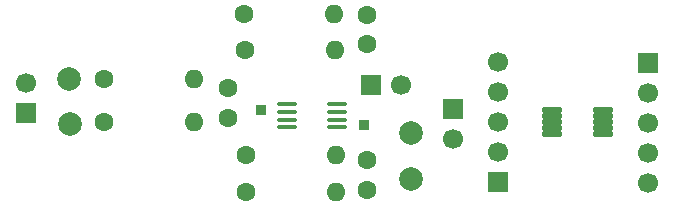
<source format=gbr>
%TF.GenerationSoftware,KiCad,Pcbnew,9.0.1*%
%TF.CreationDate,2025-06-25T15:49:50+05:30*%
%TF.ProjectId,daq_idea,6461715f-6964-4656-912e-6b696361645f,rev?*%
%TF.SameCoordinates,Original*%
%TF.FileFunction,Soldermask,Top*%
%TF.FilePolarity,Negative*%
%FSLAX46Y46*%
G04 Gerber Fmt 4.6, Leading zero omitted, Abs format (unit mm)*
G04 Created by KiCad (PCBNEW 9.0.1) date 2025-06-25 15:49:50*
%MOMM*%
%LPD*%
G01*
G04 APERTURE LIST*
G04 Aperture macros list*
%AMRoundRect*
0 Rectangle with rounded corners*
0 $1 Rounding radius*
0 $2 $3 $4 $5 $6 $7 $8 $9 X,Y pos of 4 corners*
0 Add a 4 corners polygon primitive as box body*
4,1,4,$2,$3,$4,$5,$6,$7,$8,$9,$2,$3,0*
0 Add four circle primitives for the rounded corners*
1,1,$1+$1,$2,$3*
1,1,$1+$1,$4,$5*
1,1,$1+$1,$6,$7*
1,1,$1+$1,$8,$9*
0 Add four rect primitives between the rounded corners*
20,1,$1+$1,$2,$3,$4,$5,0*
20,1,$1+$1,$4,$5,$6,$7,0*
20,1,$1+$1,$6,$7,$8,$9,0*
20,1,$1+$1,$8,$9,$2,$3,0*%
G04 Aperture macros list end*
%ADD10RoundRect,0.100000X-0.712500X-0.100000X0.712500X-0.100000X0.712500X0.100000X-0.712500X0.100000X0*%
%ADD11R,1.700000X1.700000*%
%ADD12C,1.700000*%
%ADD13C,2.000000*%
%ADD14C,1.600000*%
%ADD15O,1.600000X1.600000*%
%ADD16R,0.850000X0.850000*%
%ADD17RoundRect,0.060500X-0.776500X-0.181500X0.776500X-0.181500X0.776500X0.181500X-0.776500X0.181500X0*%
G04 APERTURE END LIST*
D10*
%TO.C,U1*%
X39447500Y-30585000D03*
X39447500Y-31235000D03*
X39447500Y-31885000D03*
X39447500Y-32535000D03*
X43672500Y-32535000D03*
X43672500Y-31885000D03*
X43672500Y-31235000D03*
X43672500Y-30585000D03*
%TD*%
D11*
%TO.C,J3*%
X17380000Y-31330000D03*
D12*
X17380000Y-28790000D03*
%TD*%
D13*
%TO.C,TP2*%
X21090000Y-32270000D03*
%TD*%
D14*
%TO.C,R4*%
X36030000Y-34910000D03*
D15*
X43650000Y-34910000D03*
%TD*%
D16*
%TO.C,J5*%
X37240000Y-31050000D03*
%TD*%
D14*
%TO.C,C1*%
X46280000Y-25500000D03*
X46280000Y-23000000D03*
%TD*%
%TO.C,C2*%
X46220000Y-35330000D03*
X46220000Y-37830000D03*
%TD*%
D16*
%TO.C,J6*%
X46020000Y-32290000D03*
%TD*%
D17*
%TO.C,U2*%
X61900000Y-31070000D03*
X61900000Y-31570000D03*
X61900000Y-32070000D03*
X61900000Y-32570000D03*
X61900000Y-33070000D03*
X66200000Y-33070000D03*
X66200000Y-32570000D03*
X66200000Y-32070000D03*
X66200000Y-31570000D03*
X66200000Y-31070000D03*
%TD*%
D13*
%TO.C,TP1*%
X21000000Y-28440000D03*
%TD*%
D11*
%TO.C,J7*%
X46595000Y-28900000D03*
D12*
X49135000Y-28900000D03*
%TD*%
D14*
%TO.C,R6*%
X36020000Y-37970000D03*
D15*
X43640000Y-37970000D03*
%TD*%
D13*
%TO.C,TP3*%
X49950000Y-33000000D03*
%TD*%
D14*
%TO.C,C3*%
X34480000Y-31730000D03*
X34480000Y-29230000D03*
%TD*%
D13*
%TO.C,TP4*%
X50010000Y-36860000D03*
%TD*%
D14*
%TO.C,R3*%
X35880000Y-26020000D03*
D15*
X43500000Y-26020000D03*
%TD*%
D14*
%TO.C,R1*%
X23960000Y-28460000D03*
D15*
X31580000Y-28460000D03*
%TD*%
D14*
%TO.C,R2*%
X24000000Y-32050000D03*
D15*
X31620000Y-32050000D03*
%TD*%
D11*
%TO.C,J1*%
X70010000Y-27070000D03*
D12*
X70010000Y-29610000D03*
X70010000Y-32150000D03*
X70010000Y-34690000D03*
X70010000Y-37230000D03*
%TD*%
D11*
%TO.C,J2*%
X57310000Y-37150000D03*
D12*
X57310000Y-34610000D03*
X57310000Y-32070000D03*
X57310000Y-29530000D03*
X57310000Y-26990000D03*
%TD*%
D11*
%TO.C,J4*%
X53560000Y-30975000D03*
D12*
X53560000Y-33515000D03*
%TD*%
D14*
%TO.C,R5*%
X35870000Y-22920000D03*
D15*
X43490000Y-22920000D03*
%TD*%
M02*

</source>
